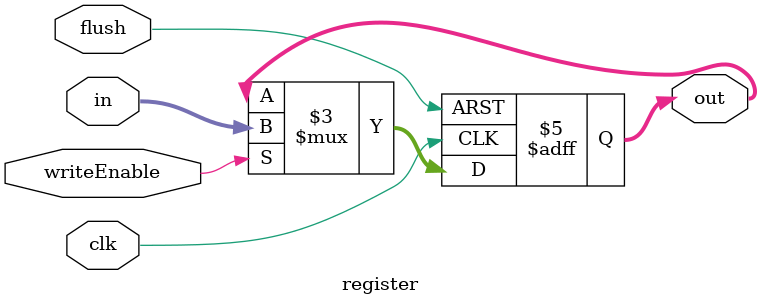
<source format=v>
/*
 * Date: 4-25-2021
 * Author: Daniel Olsen
 * Name: stage_register
 */

module register #(parameter SIZE = 16) 
(
	input [SIZE-1:0] in,
	input writeEnable,  
	output reg [SIZE-1:0] out,
	input clk,
	input flush 
);

    always @ ( posedge clk, negedge flush)
    begin
        if(!flush)
            out <= {SIZE{1'b0}};
        else
        begin
            if(writeEnable)
                out <= in;
        end    
    end
endmodule
</source>
